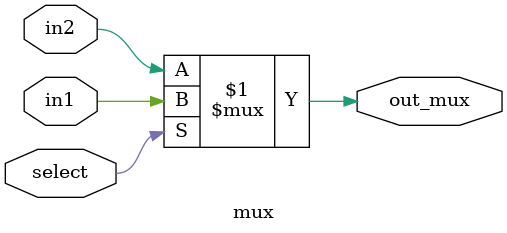
<source format=v>

module mux(
	input in1,
	input in2,
	
	input select,
	
	output out_mux
);

assign out_mux = (select) ? in1 : in2;


endmodule

</source>
